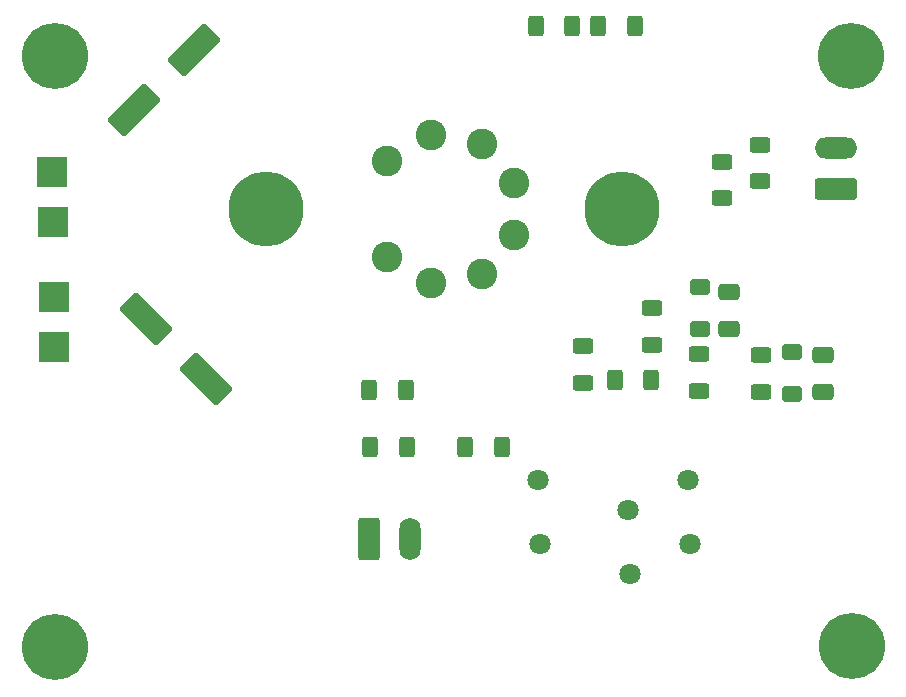
<source format=gbr>
%TF.GenerationSoftware,KiCad,Pcbnew,9.0.5*%
%TF.CreationDate,2025-11-30T23:48:03+01:00*%
%TF.ProjectId,Amplifier,416d706c-6966-4696-9572-2e6b69636164,rev?*%
%TF.SameCoordinates,Original*%
%TF.FileFunction,Soldermask,Top*%
%TF.FilePolarity,Negative*%
%FSLAX46Y46*%
G04 Gerber Fmt 4.6, Leading zero omitted, Abs format (unit mm)*
G04 Created by KiCad (PCBNEW 9.0.5) date 2025-11-30 23:48:03*
%MOMM*%
%LPD*%
G01*
G04 APERTURE LIST*
G04 Aperture macros list*
%AMRoundRect*
0 Rectangle with rounded corners*
0 $1 Rounding radius*
0 $2 $3 $4 $5 $6 $7 $8 $9 X,Y pos of 4 corners*
0 Add a 4 corners polygon primitive as box body*
4,1,4,$2,$3,$4,$5,$6,$7,$8,$9,$2,$3,0*
0 Add four circle primitives for the rounded corners*
1,1,$1+$1,$2,$3*
1,1,$1+$1,$4,$5*
1,1,$1+$1,$6,$7*
1,1,$1+$1,$8,$9*
0 Add four rect primitives between the rounded corners*
20,1,$1+$1,$2,$3,$4,$5,0*
20,1,$1+$1,$4,$5,$6,$7,0*
20,1,$1+$1,$6,$7,$8,$9,0*
20,1,$1+$1,$8,$9,$2,$3,0*%
G04 Aperture macros list end*
%ADD10R,2.500000X2.500000*%
%ADD11RoundRect,0.250000X0.650000X-0.412500X0.650000X0.412500X-0.650000X0.412500X-0.650000X-0.412500X0*%
%ADD12RoundRect,0.250000X-0.625000X0.400000X-0.625000X-0.400000X0.625000X-0.400000X0.625000X0.400000X0*%
%ADD13RoundRect,0.250000X-0.650000X-1.550000X0.650000X-1.550000X0.650000X1.550000X-0.650000X1.550000X0*%
%ADD14O,1.800000X3.600000*%
%ADD15RoundRect,0.250000X0.625000X-0.400000X0.625000X0.400000X-0.625000X0.400000X-0.625000X-0.400000X0*%
%ADD16RoundRect,0.250000X-0.400000X-0.625000X0.400000X-0.625000X0.400000X0.625000X-0.400000X0.625000X0*%
%ADD17C,5.600000*%
%ADD18RoundRect,0.250000X0.400000X0.625000X-0.400000X0.625000X-0.400000X-0.625000X0.400000X-0.625000X0*%
%ADD19C,1.800000*%
%ADD20RoundRect,0.250000X0.600000X-0.400000X0.600000X0.400000X-0.600000X0.400000X-0.600000X-0.400000X0*%
%ADD21RoundRect,0.250000X1.550000X-0.650000X1.550000X0.650000X-1.550000X0.650000X-1.550000X-0.650000X0*%
%ADD22O,3.600000X1.800000*%
%ADD23RoundRect,0.250000X-0.650000X0.412500X-0.650000X-0.412500X0.650000X-0.412500X0.650000X0.412500X0*%
%ADD24C,2.600000*%
%ADD25C,6.350000*%
%ADD26RoundRect,0.250001X1.979898X-0.848528X-0.848528X1.979898X-1.979898X0.848528X0.848528X-1.979898X0*%
%ADD27RoundRect,0.250001X0.848528X1.979898X-1.979898X-0.848528X-0.848528X-1.979898X1.979898X0.848528X0*%
G04 APERTURE END LIST*
D10*
%TO.C,TP4*%
X135530000Y-87310000D03*
%TD*%
D11*
%TO.C,C2*%
X200690000Y-95352500D03*
X200690000Y-92227500D03*
%TD*%
D12*
%TO.C,R13*%
X195450000Y-92260000D03*
X195450000Y-95360000D03*
%TD*%
D13*
%TO.C,J1*%
X162247500Y-107832500D03*
D14*
X165747500Y-107832500D03*
%TD*%
D15*
%TO.C,R10*%
X190210552Y-95303067D03*
X190210552Y-92203067D03*
%TD*%
D16*
%TO.C,R5*%
X162310000Y-100050000D03*
X165410000Y-100050000D03*
%TD*%
D17*
%TO.C,H2*%
X203080000Y-66940000D03*
%TD*%
D15*
%TO.C,R15*%
X180360000Y-94630000D03*
X180360000Y-91530000D03*
%TD*%
D18*
%TO.C,R8*%
X186120000Y-94400000D03*
X183020000Y-94400000D03*
%TD*%
D16*
%TO.C,R4*%
X170370000Y-100040000D03*
X173470000Y-100040000D03*
%TD*%
%TO.C,R6*%
X162260000Y-95190000D03*
X165360000Y-95190000D03*
%TD*%
D15*
%TO.C,R12*%
X192130000Y-79000000D03*
X192130000Y-75900000D03*
%TD*%
D18*
%TO.C,R14*%
X184730000Y-64430000D03*
X181630000Y-64430000D03*
%TD*%
D19*
%TO.C,RV1*%
X176540000Y-102850000D03*
X184160000Y-105390000D03*
X189240000Y-102850000D03*
%TD*%
D12*
%TO.C,R9*%
X186180552Y-88323067D03*
X186180552Y-91423067D03*
%TD*%
D20*
%TO.C,D5*%
X190220000Y-90037500D03*
X190220000Y-86537500D03*
%TD*%
D21*
%TO.C,J3*%
X201792500Y-78212500D03*
D22*
X201792500Y-74712500D03*
%TD*%
D17*
%TO.C,H4*%
X135620000Y-117010000D03*
%TD*%
D10*
%TO.C,TP1*%
X135590000Y-91610000D03*
%TD*%
D17*
%TO.C,H1*%
X203110000Y-116900000D03*
%TD*%
D10*
%TO.C,TP3*%
X135450000Y-80960000D03*
%TD*%
D20*
%TO.C,D6*%
X198010000Y-95540000D03*
X198010000Y-92040000D03*
%TD*%
D18*
%TO.C,R11*%
X179460000Y-64430000D03*
X176360000Y-64430000D03*
%TD*%
D23*
%TO.C,C5*%
X192700000Y-86927500D03*
X192700000Y-90052500D03*
%TD*%
D15*
%TO.C,R17*%
X195330000Y-77550000D03*
X195330000Y-74450000D03*
%TD*%
D17*
%TO.C,H3*%
X135620000Y-66940000D03*
%TD*%
D19*
%TO.C,RV2*%
X176690000Y-108290000D03*
X184310000Y-110830000D03*
X189390000Y-108290000D03*
%TD*%
D10*
%TO.C,TP2*%
X135430000Y-76740000D03*
%TD*%
D24*
%TO.C,U1*%
X163720000Y-83990000D03*
X167480000Y-86160000D03*
X171760000Y-85410000D03*
X174550000Y-82080000D03*
X174550000Y-77740000D03*
X171760000Y-74410000D03*
X167480000Y-73660000D03*
X163720000Y-75830000D03*
D25*
X153480000Y-79910000D03*
X183680000Y-79910000D03*
%TD*%
D26*
%TO.C,C19*%
X148445584Y-94275584D03*
X143354416Y-89184416D03*
%TD*%
D27*
%TO.C,C20*%
X147408998Y-66401003D03*
X142317830Y-71492171D03*
%TD*%
M02*

</source>
